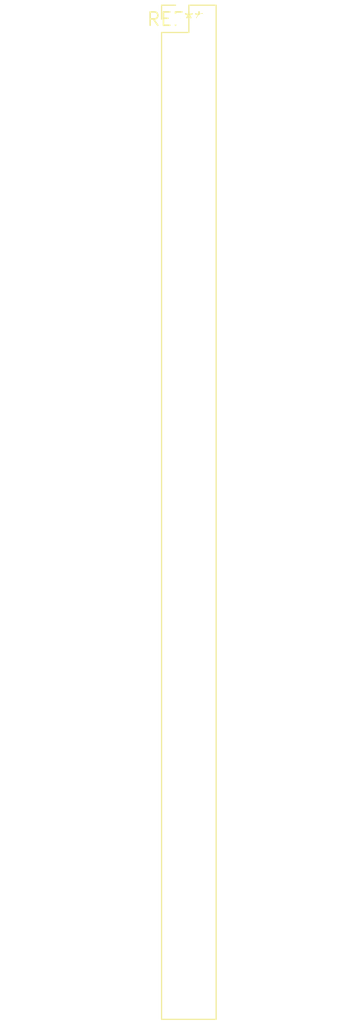
<source format=kicad_pcb>
(kicad_pcb (version 20240108) (generator pcbnew)
  (layers (0 "F.Cu" signal) (31 "B.Cu" signal) (34 "B.Paste" user) (35 "F.Paste" user) (36 "B.SilkS" user "B.Silkscreen") (37 "F.SilkS" user "F.Silkscreen") (38 "B.Mask" user) (39 "F.Mask" user) (44 "Edge.Cuts" user))
  (net 0 "")
  (footprint "PinHeader_2x38_P2.54mm_Vertical" (layer "F.Cu") (at 0 0)
    (property "Reference" "REF**")
    (property "Value" "PinHeader_2x38_P2.54mm_Vertical")
    (fp_line (start -1.33 -1.33) (end 0 -1.33) (layer "F.SilkS") (stroke (width 0.12)))
    (fp_line (start -1.33 0) (end -1.33 -1.33) (layer "F.SilkS") (stroke (width 0.12)))
    (fp_line (start -1.33 1.27) (end -1.33 95.31) (layer "F.SilkS") (stroke (width 0.12)))
    (fp_line (start -1.33 1.27) (end 1.27 1.27) (layer "F.SilkS") (stroke (width 0.12)))
    (fp_line (start -1.33 95.31) (end 3.87 95.31) (layer "F.SilkS") (stroke (width 0.12)))
    (fp_line (start 1.27 -1.33) (end 3.87 -1.33) (layer "F.SilkS") (stroke (width 0.12)))
    (fp_line (start 1.27 1.27) (end 1.27 -1.33) (layer "F.SilkS") (stroke (width 0.12)))
    (fp_line (start 3.87 -1.33) (end 3.87 95.31) (layer "F.SilkS") (stroke (width 0.12)))
    (pad "1" thru_hole rect (at 0 0) (size 1.7 1.7) (drill 1) (layers *.Cu *.Mask) (remove_unused_layers))
    (pad "2" thru_hole oval (at 2.54 0) (size 1.7 1.7) (drill 1) (layers *.Cu *.Mask) (remove_unused_layers))
    (pad "3" thru_hole oval (at 0 2.54) (size 1.7 1.7) (drill 1) (layers *.Cu *.Mask) (remove_unused_layers))
    (pad "4" thru_hole oval (at 2.54 2.54) (size 1.7 1.7) (drill 1) (layers *.Cu *.Mask) (remove_unused_layers))
    (pad "5" thru_hole oval (at 0 5.08) (size 1.7 1.7) (drill 1) (layers *.Cu *.Mask) (remove_unused_layers))
    (pad "6" thru_hole oval (at 2.54 5.08) (size 1.7 1.7) (drill 1) (layers *.Cu *.Mask) (remove_unused_layers))
    (pad "7" thru_hole oval (at 0 7.62) (size 1.7 1.7) (drill 1) (layers *.Cu *.Mask) (remove_unused_layers))
    (pad "8" thru_hole oval (at 2.54 7.62) (size 1.7 1.7) (drill 1) (layers *.Cu *.Mask) (remove_unused_layers))
    (pad "9" thru_hole oval (at 0 10.16) (size 1.7 1.7) (drill 1) (layers *.Cu *.Mask) (remove_unused_layers))
    (pad "10" thru_hole oval (at 2.54 10.16) (size 1.7 1.7) (drill 1) (layers *.Cu *.Mask) (remove_unused_layers))
    (pad "11" thru_hole oval (at 0 12.7) (size 1.7 1.7) (drill 1) (layers *.Cu *.Mask) (remove_unused_layers))
    (pad "12" thru_hole oval (at 2.54 12.7) (size 1.7 1.7) (drill 1) (layers *.Cu *.Mask) (remove_unused_layers))
    (pad "13" thru_hole oval (at 0 15.24) (size 1.7 1.7) (drill 1) (layers *.Cu *.Mask) (remove_unused_layers))
    (pad "14" thru_hole oval (at 2.54 15.24) (size 1.7 1.7) (drill 1) (layers *.Cu *.Mask) (remove_unused_layers))
    (pad "15" thru_hole oval (at 0 17.78) (size 1.7 1.7) (drill 1) (layers *.Cu *.Mask) (remove_unused_layers))
    (pad "16" thru_hole oval (at 2.54 17.78) (size 1.7 1.7) (drill 1) (layers *.Cu *.Mask) (remove_unused_layers))
    (pad "17" thru_hole oval (at 0 20.32) (size 1.7 1.7) (drill 1) (layers *.Cu *.Mask) (remove_unused_layers))
    (pad "18" thru_hole oval (at 2.54 20.32) (size 1.7 1.7) (drill 1) (layers *.Cu *.Mask) (remove_unused_layers))
    (pad "19" thru_hole oval (at 0 22.86) (size 1.7 1.7) (drill 1) (layers *.Cu *.Mask) (remove_unused_layers))
    (pad "20" thru_hole oval (at 2.54 22.86) (size 1.7 1.7) (drill 1) (layers *.Cu *.Mask) (remove_unused_layers))
    (pad "21" thru_hole oval (at 0 25.4) (size 1.7 1.7) (drill 1) (layers *.Cu *.Mask) (remove_unused_layers))
    (pad "22" thru_hole oval (at 2.54 25.4) (size 1.7 1.7) (drill 1) (layers *.Cu *.Mask) (remove_unused_layers))
    (pad "23" thru_hole oval (at 0 27.94) (size 1.7 1.7) (drill 1) (layers *.Cu *.Mask) (remove_unused_layers))
    (pad "24" thru_hole oval (at 2.54 27.94) (size 1.7 1.7) (drill 1) (layers *.Cu *.Mask) (remove_unused_layers))
    (pad "25" thru_hole oval (at 0 30.48) (size 1.7 1.7) (drill 1) (layers *.Cu *.Mask) (remove_unused_layers))
    (pad "26" thru_hole oval (at 2.54 30.48) (size 1.7 1.7) (drill 1) (layers *.Cu *.Mask) (remove_unused_layers))
    (pad "27" thru_hole oval (at 0 33.02) (size 1.7 1.7) (drill 1) (layers *.Cu *.Mask) (remove_unused_layers))
    (pad "28" thru_hole oval (at 2.54 33.02) (size 1.7 1.7) (drill 1) (layers *.Cu *.Mask) (remove_unused_layers))
    (pad "29" thru_hole oval (at 0 35.56) (size 1.7 1.7) (drill 1) (layers *.Cu *.Mask) (remove_unused_layers))
    (pad "30" thru_hole oval (at 2.54 35.56) (size 1.7 1.7) (drill 1) (layers *.Cu *.Mask) (remove_unused_layers))
    (pad "31" thru_hole oval (at 0 38.1) (size 1.7 1.7) (drill 1) (layers *.Cu *.Mask) (remove_unused_layers))
    (pad "32" thru_hole oval (at 2.54 38.1) (size 1.7 1.7) (drill 1) (layers *.Cu *.Mask) (remove_unused_layers))
    (pad "33" thru_hole oval (at 0 40.64) (size 1.7 1.7) (drill 1) (layers *.Cu *.Mask) (remove_unused_layers))
    (pad "34" thru_hole oval (at 2.54 40.64) (size 1.7 1.7) (drill 1) (layers *.Cu *.Mask) (remove_unused_layers))
    (pad "35" thru_hole oval (at 0 43.18) (size 1.7 1.7) (drill 1) (layers *.Cu *.Mask) (remove_unused_layers))
    (pad "36" thru_hole oval (at 2.54 43.18) (size 1.7 1.7) (drill 1) (layers *.Cu *.Mask) (remove_unused_layers))
    (pad "37" thru_hole oval (at 0 45.72) (size 1.7 1.7) (drill 1) (layers *.Cu *.Mask) (remove_unused_layers))
    (pad "38" thru_hole oval (at 2.54 45.72) (size 1.7 1.7) (drill 1) (layers *.Cu *.Mask) (remove_unused_layers))
    (pad "39" thru_hole oval (at 0 48.26) (size 1.7 1.7) (drill 1) (layers *.Cu *.Mask) (remove_unused_layers))
    (pad "40" thru_hole oval (at 2.54 48.26) (size 1.7 1.7) (drill 1) (layers *.Cu *.Mask) (remove_unused_layers))
    (pad "41" thru_hole oval (at 0 50.8) (size 1.7 1.7) (drill 1) (layers *.Cu *.Mask) (remove_unused_layers))
    (pad "42" thru_hole oval (at 2.54 50.8) (size 1.7 1.7) (drill 1) (layers *.Cu *.Mask) (remove_unused_layers))
    (pad "43" thru_hole oval (at 0 53.34) (size 1.7 1.7) (drill 1) (layers *.Cu *.Mask) (remove_unused_layers))
    (pad "44" thru_hole oval (at 2.54 53.34) (size 1.7 1.7) (drill 1) (layers *.Cu *.Mask) (remove_unused_layers))
    (pad "45" thru_hole oval (at 0 55.88) (size 1.7 1.7) (drill 1) (layers *.Cu *.Mask) (remove_unused_layers))
    (pad "46" thru_hole oval (at 2.54 55.88) (size 1.7 1.7) (drill 1) (layers *.Cu *.Mask) (remove_unused_layers))
    (pad "47" thru_hole oval (at 0 58.42) (size 1.7 1.7) (drill 1) (layers *.Cu *.Mask) (remove_unused_layers))
    (pad "48" thru_hole oval (at 2.54 58.42) (size 1.7 1.7) (drill 1) (layers *.Cu *.Mask) (remove_unused_layers))
    (pad "49" thru_hole oval (at 0 60.96) (size 1.7 1.7) (drill 1) (layers *.Cu *.Mask) (remove_unused_layers))
    (pad "50" thru_hole oval (at 2.54 60.96) (size 1.7 1.7) (drill 1) (layers *.Cu *.Mask) (remove_unused_layers))
    (pad "51" thru_hole oval (at 0 63.5) (size 1.7 1.7) (drill 1) (layers *.Cu *.Mask) (remove_unused_layers))
    (pad "52" thru_hole oval (at 2.54 63.5) (size 1.7 1.7) (drill 1) (layers *.Cu *.Mask) (remove_unused_layers))
    (pad "53" thru_hole oval (at 0 66.04) (size 1.7 1.7) (drill 1) (layers *.Cu *.Mask) (remove_unused_layers))
    (pad "54" thru_hole oval (at 2.54 66.04) (size 1.7 1.7) (drill 1) (layers *.Cu *.Mask) (remove_unused_layers))
    (pad "55" thru_hole oval (at 0 68.58) (size 1.7 1.7) (drill 1) (layers *.Cu *.Mask) (remove_unused_layers))
    (pad "56" thru_hole oval (at 2.54 68.58) (size 1.7 1.7) (drill 1) (layers *.Cu *.Mask) (remove_unused_layers))
    (pad "57" thru_hole oval (at 0 71.12) (size 1.7 1.7) (drill 1) (layers *.Cu *.Mask) (remove_unused_layers))
    (pad "58" thru_hole oval (at 2.54 71.12) (size 1.7 1.7) (drill 1) (layers *.Cu *.Mask) (remove_unused_layers))
    (pad "59" thru_hole oval (at 0 73.66) (size 1.7 1.7) (drill 1) (layers *.Cu *.Mask) (remove_unused_layers))
    (pad "60" thru_hole oval (at 2.54 73.66) (size 1.7 1.7) (drill 1) (layers *.Cu *.Mask) (remove_unused_layers))
    (pad "61" thru_hole oval (at 0 76.2) (size 1.7 1.7) (drill 1) (layers *.Cu *.Mask) (remove_unused_layers))
    (pad "62" thru_hole oval (at 2.54 76.2) (size 1.7 1.7) (drill 1) (layers *.Cu *.Mask) (remove_unused_layers))
    (pad "63" thru_hole oval (at 0 78.74) (size 1.7 1.7) (drill 1) (layers *.Cu *.Mask) (remove_unused_layers))
    (pad "64" thru_hole oval (at 2.54 78.74) (size 1.7 1.7) (drill 1) (layers *.Cu *.Mask) (remove_unused_layers))
    (pad "65" thru_hole oval (at 0 81.28) (size 1.7 1.7) (drill 1) (layers *.Cu *.Mask) (remove_unused_layers))
    (pad "66" thru_hole oval (at 2.54 81.28) (size 1.7 1.7) (drill 1) (layers *.Cu *.Mask) (remove_unused_layers))
    (pad "67" thru_hole oval (at 0 83.82) (size 1.7 1.7) (drill 1) (layers *.Cu *.Mask) (remove_unused_layers))
    (pad "68" thru_hole oval (at 2.54 83.82) (size 1.7 1.7) (drill 1) (layers *.Cu *.Mask) (remove_unused_layers))
    (pad "69" thru_hole oval (at 0 86.36) (size 1.7 1.7) (drill 1) (layers *.Cu *.Mask) (remove_unused_layers))
    (pad "70" thru_hole oval (at 2.54 86.36) (size 1.7 1.7) (drill 1) (layers *.Cu *.Mask) (remove_unused_layers))
    (pad "71" thru_hole oval (at 0 88.9) (size 1.7 1.7) (drill 1) (layers *.Cu *.Mask) (remove_unused_layers))
    (pad "72" thru_hole oval (at 2.54 88.9) (size 1.7 1.7) (drill 1) (layers *.Cu *.Mask) (remove_unused_layers))
    (pad "73" thru_hole oval (at 0 91.44) (size 1.7 1.7) (drill 1) (layers *.Cu *.Mask) (remove_unused_layers))
    (pad "74" thru_hole oval (at 2.54 91.44) (size 1.7 1.7) (drill 1) (layers *.Cu *.Mask) (remove_unused_layers))
    (pad "75" thru_hole oval (at 0 93.98) (size 1.7 1.7) (drill 1) (layers *.Cu *.Mask) (remove_unused_layers))
    (pad "76" thru_hole oval (at 2.54 93.98) (size 1.7 1.7) (drill 1) (layers *.Cu *.Mask) (remove_unused_layers))
  )
)
</source>
